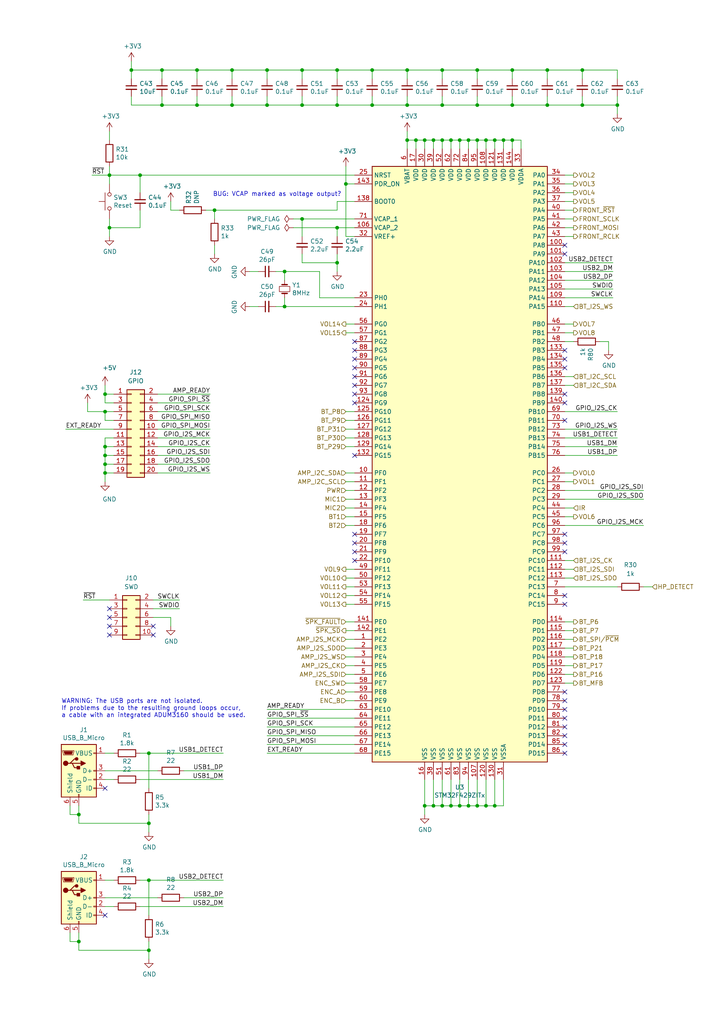
<source format=kicad_sch>
(kicad_sch (version 20210406) (generator eeschema)
  (paper "A4" portrait)
  (junction (at 22.86 236.22) (diameter 0.9144))
  (junction (at 22.86 273.05) (diameter 0.9144))
  (junction (at 30.48 114.3) (diameter 0.9144))
  (junction (at 30.48 119.38) (diameter 0.9144))
  (junction (at 30.48 129.54) (diameter 0.9144))
  (junction (at 30.48 132.08) (diameter 0.9144))
  (junction (at 30.48 134.62) (diameter 0.9144))
  (junction (at 30.48 137.16) (diameter 0.9144))
  (junction (at 31.75 50.8) (diameter 0.9144))
  (junction (at 31.75 66.04) (diameter 0.9144))
  (junction (at 38.1 20.32) (diameter 0.9144))
  (junction (at 40.64 50.8) (diameter 0.9144))
  (junction (at 43.18 218.44) (diameter 0.9144))
  (junction (at 43.18 238.76) (diameter 0.9144))
  (junction (at 43.18 255.27) (diameter 0.9144))
  (junction (at 43.18 275.59) (diameter 0.9144))
  (junction (at 46.99 20.32) (diameter 0.9144))
  (junction (at 46.99 30.48) (diameter 0.9144))
  (junction (at 57.15 20.32) (diameter 0.9144))
  (junction (at 57.15 30.48) (diameter 0.9144))
  (junction (at 62.23 60.96) (diameter 0.9144))
  (junction (at 67.31 20.32) (diameter 0.9144))
  (junction (at 67.31 30.48) (diameter 0.9144))
  (junction (at 77.47 20.32) (diameter 0.9144))
  (junction (at 77.47 30.48) (diameter 0.9144))
  (junction (at 82.55 78.74) (diameter 0.9144))
  (junction (at 82.55 88.9) (diameter 0.9144))
  (junction (at 87.63 20.32) (diameter 0.9144))
  (junction (at 87.63 30.48) (diameter 0.9144))
  (junction (at 87.63 63.5) (diameter 0.9144))
  (junction (at 97.79 20.32) (diameter 0.9144))
  (junction (at 97.79 30.48) (diameter 0.9144))
  (junction (at 97.79 66.04) (diameter 0.9144))
  (junction (at 97.79 76.2) (diameter 0.9144))
  (junction (at 100.33 53.34) (diameter 0.9144))
  (junction (at 107.95 20.32) (diameter 0.9144))
  (junction (at 107.95 30.48) (diameter 0.9144))
  (junction (at 118.11 20.32) (diameter 0.9144))
  (junction (at 118.11 30.48) (diameter 0.9144))
  (junction (at 118.11 40.64) (diameter 0.9144))
  (junction (at 120.65 40.64) (diameter 0.9144))
  (junction (at 123.19 40.64) (diameter 0.9144))
  (junction (at 123.19 233.68) (diameter 0.9144))
  (junction (at 125.73 40.64) (diameter 0.9144))
  (junction (at 125.73 233.68) (diameter 0.9144))
  (junction (at 128.27 20.32) (diameter 0.9144))
  (junction (at 128.27 30.48) (diameter 0.9144))
  (junction (at 128.27 40.64) (diameter 0.9144))
  (junction (at 128.27 233.68) (diameter 0.9144))
  (junction (at 130.81 40.64) (diameter 0.9144))
  (junction (at 130.81 233.68) (diameter 0.9144))
  (junction (at 133.35 40.64) (diameter 0.9144))
  (junction (at 133.35 233.68) (diameter 0.9144))
  (junction (at 135.89 40.64) (diameter 0.9144))
  (junction (at 135.89 233.68) (diameter 0.9144))
  (junction (at 138.43 20.32) (diameter 0.9144))
  (junction (at 138.43 30.48) (diameter 0.9144))
  (junction (at 138.43 40.64) (diameter 0.9144))
  (junction (at 138.43 233.68) (diameter 0.9144))
  (junction (at 140.97 40.64) (diameter 0.9144))
  (junction (at 140.97 233.68) (diameter 0.9144))
  (junction (at 143.51 40.64) (diameter 0.9144))
  (junction (at 143.51 233.68) (diameter 0.9144))
  (junction (at 146.05 40.64) (diameter 0.9144))
  (junction (at 148.59 20.32) (diameter 0.9144))
  (junction (at 148.59 30.48) (diameter 0.9144))
  (junction (at 148.59 40.64) (diameter 0.9144))
  (junction (at 158.75 20.32) (diameter 0.9144))
  (junction (at 158.75 30.48) (diameter 0.9144))
  (junction (at 168.91 20.32) (diameter 0.9144))
  (junction (at 168.91 30.48) (diameter 0.9144))
  (junction (at 179.07 30.48) (diameter 0.9144))
  (no_connect (at 30.48 228.6))
  (no_connect (at 30.48 265.43))
  (no_connect (at 31.75 176.53))
  (no_connect (at 31.75 179.07))
  (no_connect (at 31.75 181.61))
  (no_connect (at 31.75 184.15))
  (no_connect (at 44.45 181.61))
  (no_connect (at 44.45 184.15))
  (no_connect (at 102.87 99.06))
  (no_connect (at 102.87 101.6))
  (no_connect (at 102.87 104.14))
  (no_connect (at 102.87 106.68))
  (no_connect (at 102.87 109.22))
  (no_connect (at 102.87 111.76))
  (no_connect (at 102.87 114.3))
  (no_connect (at 102.87 116.84))
  (no_connect (at 102.87 132.08))
  (no_connect (at 102.87 154.94))
  (no_connect (at 102.87 157.48))
  (no_connect (at 102.87 160.02))
  (no_connect (at 102.87 162.56))
  (no_connect (at 163.83 71.12))
  (no_connect (at 163.83 73.66))
  (no_connect (at 163.83 101.6))
  (no_connect (at 163.83 104.14))
  (no_connect (at 163.83 106.68))
  (no_connect (at 163.83 114.3))
  (no_connect (at 163.83 116.84))
  (no_connect (at 163.83 121.92))
  (no_connect (at 163.83 154.94))
  (no_connect (at 163.83 157.48))
  (no_connect (at 163.83 160.02))
  (no_connect (at 163.83 172.72))
  (no_connect (at 163.83 175.26))
  (no_connect (at 163.83 200.66))
  (no_connect (at 163.83 203.2))
  (no_connect (at 163.83 205.74))
  (no_connect (at 163.83 208.28))
  (no_connect (at 163.83 210.82))
  (no_connect (at 163.83 213.36))
  (no_connect (at 163.83 215.9))
  (no_connect (at 163.83 218.44))
  (wire (pts (xy 19.05 124.46) (xy 33.02 124.46)))
  (wire (pts (xy 20.32 233.68) (xy 20.32 236.22)))
  (wire (pts (xy 20.32 270.51) (xy 20.32 273.05)))
  (wire (pts (xy 22.86 233.68) (xy 22.86 236.22)))
  (wire (pts (xy 22.86 236.22) (xy 20.32 236.22)))
  (wire (pts (xy 22.86 238.76) (xy 22.86 236.22)))
  (wire (pts (xy 22.86 238.76) (xy 43.18 238.76)))
  (wire (pts (xy 22.86 270.51) (xy 22.86 273.05)))
  (wire (pts (xy 22.86 273.05) (xy 20.32 273.05)))
  (wire (pts (xy 22.86 275.59) (xy 22.86 273.05)))
  (wire (pts (xy 22.86 275.59) (xy 43.18 275.59)))
  (wire (pts (xy 24.13 173.99) (xy 31.75 173.99)))
  (wire (pts (xy 25.4 116.84) (xy 25.4 119.38)))
  (wire (pts (xy 25.4 119.38) (xy 30.48 119.38)))
  (wire (pts (xy 26.67 50.8) (xy 31.75 50.8)))
  (wire (pts (xy 30.48 111.76) (xy 30.48 114.3)))
  (wire (pts (xy 30.48 114.3) (xy 33.02 114.3)))
  (wire (pts (xy 30.48 116.84) (xy 30.48 114.3)))
  (wire (pts (xy 30.48 119.38) (xy 30.48 121.92)))
  (wire (pts (xy 30.48 119.38) (xy 33.02 119.38)))
  (wire (pts (xy 30.48 127) (xy 33.02 127)))
  (wire (pts (xy 30.48 129.54) (xy 30.48 127)))
  (wire (pts (xy 30.48 129.54) (xy 33.02 129.54)))
  (wire (pts (xy 30.48 132.08) (xy 30.48 129.54)))
  (wire (pts (xy 30.48 132.08) (xy 33.02 132.08)))
  (wire (pts (xy 30.48 134.62) (xy 30.48 132.08)))
  (wire (pts (xy 30.48 134.62) (xy 33.02 134.62)))
  (wire (pts (xy 30.48 137.16) (xy 30.48 134.62)))
  (wire (pts (xy 30.48 137.16) (xy 33.02 137.16)))
  (wire (pts (xy 30.48 139.7) (xy 30.48 137.16)))
  (wire (pts (xy 30.48 226.06) (xy 33.02 226.06)))
  (wire (pts (xy 30.48 262.89) (xy 33.02 262.89)))
  (wire (pts (xy 31.75 38.1) (xy 31.75 40.64)))
  (wire (pts (xy 31.75 48.26) (xy 31.75 50.8)))
  (wire (pts (xy 31.75 50.8) (xy 31.75 53.34)))
  (wire (pts (xy 31.75 63.5) (xy 31.75 66.04)))
  (wire (pts (xy 31.75 66.04) (xy 40.64 66.04)))
  (wire (pts (xy 31.75 68.58) (xy 31.75 66.04)))
  (wire (pts (xy 33.02 116.84) (xy 30.48 116.84)))
  (wire (pts (xy 33.02 121.92) (xy 30.48 121.92)))
  (wire (pts (xy 33.02 218.44) (xy 30.48 218.44)))
  (wire (pts (xy 33.02 255.27) (xy 30.48 255.27)))
  (wire (pts (xy 38.1 20.32) (xy 38.1 17.78)))
  (wire (pts (xy 38.1 20.32) (xy 38.1 22.86)))
  (wire (pts (xy 38.1 30.48) (xy 38.1 27.94)))
  (wire (pts (xy 40.64 50.8) (xy 31.75 50.8)))
  (wire (pts (xy 40.64 50.8) (xy 102.87 50.8)))
  (wire (pts (xy 40.64 55.88) (xy 40.64 50.8)))
  (wire (pts (xy 40.64 66.04) (xy 40.64 60.96)))
  (wire (pts (xy 40.64 226.06) (xy 64.77 226.06)))
  (wire (pts (xy 40.64 262.89) (xy 64.77 262.89)))
  (wire (pts (xy 43.18 218.44) (xy 40.64 218.44)))
  (wire (pts (xy 43.18 228.6) (xy 43.18 218.44)))
  (wire (pts (xy 43.18 236.22) (xy 43.18 238.76)))
  (wire (pts (xy 43.18 238.76) (xy 43.18 241.3)))
  (wire (pts (xy 43.18 255.27) (xy 40.64 255.27)))
  (wire (pts (xy 43.18 265.43) (xy 43.18 255.27)))
  (wire (pts (xy 43.18 273.05) (xy 43.18 275.59)))
  (wire (pts (xy 43.18 275.59) (xy 43.18 278.13)))
  (wire (pts (xy 44.45 173.99) (xy 52.07 173.99)))
  (wire (pts (xy 44.45 176.53) (xy 52.07 176.53)))
  (wire (pts (xy 45.72 114.3) (xy 60.96 114.3)))
  (wire (pts (xy 45.72 116.84) (xy 60.96 116.84)))
  (wire (pts (xy 45.72 119.38) (xy 60.96 119.38)))
  (wire (pts (xy 45.72 121.92) (xy 60.96 121.92)))
  (wire (pts (xy 45.72 124.46) (xy 60.96 124.46)))
  (wire (pts (xy 45.72 127) (xy 60.96 127)))
  (wire (pts (xy 45.72 129.54) (xy 60.96 129.54)))
  (wire (pts (xy 45.72 132.08) (xy 60.96 132.08)))
  (wire (pts (xy 45.72 134.62) (xy 60.96 134.62)))
  (wire (pts (xy 45.72 137.16) (xy 60.96 137.16)))
  (wire (pts (xy 45.72 223.52) (xy 30.48 223.52)))
  (wire (pts (xy 45.72 260.35) (xy 30.48 260.35)))
  (wire (pts (xy 46.99 20.32) (xy 38.1 20.32)))
  (wire (pts (xy 46.99 20.32) (xy 46.99 22.86)))
  (wire (pts (xy 46.99 20.32) (xy 57.15 20.32)))
  (wire (pts (xy 46.99 30.48) (xy 38.1 30.48)))
  (wire (pts (xy 46.99 30.48) (xy 46.99 27.94)))
  (wire (pts (xy 49.53 60.96) (xy 49.53 58.42)))
  (wire (pts (xy 49.53 179.07) (xy 44.45 179.07)))
  (wire (pts (xy 49.53 181.61) (xy 49.53 179.07)))
  (wire (pts (xy 52.07 60.96) (xy 49.53 60.96)))
  (wire (pts (xy 53.34 223.52) (xy 64.77 223.52)))
  (wire (pts (xy 53.34 260.35) (xy 64.77 260.35)))
  (wire (pts (xy 57.15 20.32) (xy 57.15 22.86)))
  (wire (pts (xy 57.15 20.32) (xy 67.31 20.32)))
  (wire (pts (xy 57.15 27.94) (xy 57.15 30.48)))
  (wire (pts (xy 57.15 30.48) (xy 46.99 30.48)))
  (wire (pts (xy 62.23 60.96) (xy 59.69 60.96)))
  (wire (pts (xy 62.23 60.96) (xy 62.23 63.5)))
  (wire (pts (xy 62.23 71.12) (xy 62.23 73.66)))
  (wire (pts (xy 64.77 218.44) (xy 43.18 218.44)))
  (wire (pts (xy 64.77 255.27) (xy 43.18 255.27)))
  (wire (pts (xy 67.31 20.32) (xy 67.31 22.86)))
  (wire (pts (xy 67.31 20.32) (xy 77.47 20.32)))
  (wire (pts (xy 67.31 27.94) (xy 67.31 30.48)))
  (wire (pts (xy 67.31 30.48) (xy 57.15 30.48)))
  (wire (pts (xy 72.39 78.74) (xy 74.93 78.74)))
  (wire (pts (xy 72.39 88.9) (xy 74.93 88.9)))
  (wire (pts (xy 77.47 20.32) (xy 77.47 22.86)))
  (wire (pts (xy 77.47 20.32) (xy 87.63 20.32)))
  (wire (pts (xy 77.47 27.94) (xy 77.47 30.48)))
  (wire (pts (xy 77.47 30.48) (xy 67.31 30.48)))
  (wire (pts (xy 77.47 218.44) (xy 102.87 218.44)))
  (wire (pts (xy 80.01 78.74) (xy 82.55 78.74)))
  (wire (pts (xy 80.01 88.9) (xy 82.55 88.9)))
  (wire (pts (xy 82.55 78.74) (xy 82.55 81.28)))
  (wire (pts (xy 82.55 86.36) (xy 82.55 88.9)))
  (wire (pts (xy 82.55 88.9) (xy 102.87 88.9)))
  (wire (pts (xy 85.09 63.5) (xy 87.63 63.5)))
  (wire (pts (xy 85.09 66.04) (xy 97.79 66.04)))
  (wire (pts (xy 87.63 20.32) (xy 87.63 22.86)))
  (wire (pts (xy 87.63 20.32) (xy 97.79 20.32)))
  (wire (pts (xy 87.63 27.94) (xy 87.63 30.48)))
  (wire (pts (xy 87.63 30.48) (xy 77.47 30.48)))
  (wire (pts (xy 87.63 63.5) (xy 87.63 68.58)))
  (wire (pts (xy 87.63 76.2) (xy 87.63 73.66)))
  (wire (pts (xy 92.71 78.74) (xy 82.55 78.74)))
  (wire (pts (xy 92.71 86.36) (xy 92.71 78.74)))
  (wire (pts (xy 97.79 20.32) (xy 97.79 22.86)))
  (wire (pts (xy 97.79 20.32) (xy 107.95 20.32)))
  (wire (pts (xy 97.79 27.94) (xy 97.79 30.48)))
  (wire (pts (xy 97.79 30.48) (xy 87.63 30.48)))
  (wire (pts (xy 97.79 58.42) (xy 97.79 60.96)))
  (wire (pts (xy 97.79 60.96) (xy 62.23 60.96)))
  (wire (pts (xy 97.79 66.04) (xy 97.79 68.58)))
  (wire (pts (xy 97.79 73.66) (xy 97.79 76.2)))
  (wire (pts (xy 97.79 76.2) (xy 87.63 76.2)))
  (wire (pts (xy 97.79 76.2) (xy 97.79 78.74)))
  (wire (pts (xy 100.33 48.26) (xy 100.33 53.34)))
  (wire (pts (xy 100.33 53.34) (xy 100.33 68.58)))
  (wire (pts (xy 100.33 53.34) (xy 102.87 53.34)))
  (wire (pts (xy 100.33 68.58) (xy 102.87 68.58)))
  (wire (pts (xy 100.33 93.98) (xy 102.87 93.98)))
  (wire (pts (xy 100.33 96.52) (xy 102.87 96.52)))
  (wire (pts (xy 100.33 119.38) (xy 102.87 119.38)))
  (wire (pts (xy 100.33 121.92) (xy 102.87 121.92)))
  (wire (pts (xy 100.33 139.7) (xy 102.87 139.7)))
  (wire (pts (xy 100.33 165.1) (xy 102.87 165.1)))
  (wire (pts (xy 100.33 167.64) (xy 102.87 167.64)))
  (wire (pts (xy 100.33 170.18) (xy 102.87 170.18)))
  (wire (pts (xy 100.33 172.72) (xy 102.87 172.72)))
  (wire (pts (xy 100.33 175.26) (xy 102.87 175.26)))
  (wire (pts (xy 100.33 180.34) (xy 102.87 180.34)))
  (wire (pts (xy 100.33 182.88) (xy 102.87 182.88)))
  (wire (pts (xy 100.33 185.42) (xy 102.87 185.42)))
  (wire (pts (xy 100.33 190.5) (xy 102.87 190.5)))
  (wire (pts (xy 100.33 195.58) (xy 102.87 195.58)))
  (wire (pts (xy 102.87 58.42) (xy 97.79 58.42)))
  (wire (pts (xy 102.87 63.5) (xy 87.63 63.5)))
  (wire (pts (xy 102.87 66.04) (xy 97.79 66.04)))
  (wire (pts (xy 102.87 86.36) (xy 92.71 86.36)))
  (wire (pts (xy 102.87 124.46) (xy 100.33 124.46)))
  (wire (pts (xy 102.87 127) (xy 100.33 127)))
  (wire (pts (xy 102.87 129.54) (xy 100.33 129.54)))
  (wire (pts (xy 102.87 137.16) (xy 100.33 137.16)))
  (wire (pts (xy 102.87 142.24) (xy 100.33 142.24)))
  (wire (pts (xy 102.87 144.78) (xy 100.33 144.78)))
  (wire (pts (xy 102.87 147.32) (xy 100.33 147.32)))
  (wire (pts (xy 102.87 149.86) (xy 100.33 149.86)))
  (wire (pts (xy 102.87 152.4) (xy 100.33 152.4)))
  (wire (pts (xy 102.87 187.96) (xy 100.33 187.96)))
  (wire (pts (xy 102.87 193.04) (xy 100.33 193.04)))
  (wire (pts (xy 102.87 198.12) (xy 100.33 198.12)))
  (wire (pts (xy 102.87 200.66) (xy 100.33 200.66)))
  (wire (pts (xy 102.87 203.2) (xy 100.33 203.2)))
  (wire (pts (xy 102.87 205.74) (xy 77.47 205.74)))
  (wire (pts (xy 102.87 208.28) (xy 77.47 208.28)))
  (wire (pts (xy 102.87 210.82) (xy 77.47 210.82)))
  (wire (pts (xy 102.87 213.36) (xy 77.47 213.36)))
  (wire (pts (xy 102.87 215.9) (xy 77.47 215.9)))
  (wire (pts (xy 107.95 20.32) (xy 107.95 22.86)))
  (wire (pts (xy 107.95 20.32) (xy 118.11 20.32)))
  (wire (pts (xy 107.95 27.94) (xy 107.95 30.48)))
  (wire (pts (xy 107.95 30.48) (xy 97.79 30.48)))
  (wire (pts (xy 118.11 20.32) (xy 118.11 22.86)))
  (wire (pts (xy 118.11 20.32) (xy 128.27 20.32)))
  (wire (pts (xy 118.11 27.94) (xy 118.11 30.48)))
  (wire (pts (xy 118.11 30.48) (xy 107.95 30.48)))
  (wire (pts (xy 118.11 38.1) (xy 118.11 40.64)))
  (wire (pts (xy 118.11 40.64) (xy 118.11 43.18)))
  (wire (pts (xy 120.65 40.64) (xy 118.11 40.64)))
  (wire (pts (xy 120.65 43.18) (xy 120.65 40.64)))
  (wire (pts (xy 123.19 40.64) (xy 120.65 40.64)))
  (wire (pts (xy 123.19 43.18) (xy 123.19 40.64)))
  (wire (pts (xy 123.19 226.06) (xy 123.19 233.68)))
  (wire (pts (xy 123.19 233.68) (xy 123.19 236.22)))
  (wire (pts (xy 123.19 233.68) (xy 125.73 233.68)))
  (wire (pts (xy 125.73 40.64) (xy 123.19 40.64)))
  (wire (pts (xy 125.73 43.18) (xy 125.73 40.64)))
  (wire (pts (xy 125.73 226.06) (xy 125.73 233.68)))
  (wire (pts (xy 125.73 233.68) (xy 128.27 233.68)))
  (wire (pts (xy 128.27 20.32) (xy 128.27 22.86)))
  (wire (pts (xy 128.27 20.32) (xy 138.43 20.32)))
  (wire (pts (xy 128.27 27.94) (xy 128.27 30.48)))
  (wire (pts (xy 128.27 30.48) (xy 118.11 30.48)))
  (wire (pts (xy 128.27 40.64) (xy 125.73 40.64)))
  (wire (pts (xy 128.27 43.18) (xy 128.27 40.64)))
  (wire (pts (xy 128.27 226.06) (xy 128.27 233.68)))
  (wire (pts (xy 128.27 233.68) (xy 130.81 233.68)))
  (wire (pts (xy 130.81 40.64) (xy 128.27 40.64)))
  (wire (pts (xy 130.81 43.18) (xy 130.81 40.64)))
  (wire (pts (xy 130.81 226.06) (xy 130.81 233.68)))
  (wire (pts (xy 130.81 233.68) (xy 133.35 233.68)))
  (wire (pts (xy 133.35 40.64) (xy 130.81 40.64)))
  (wire (pts (xy 133.35 43.18) (xy 133.35 40.64)))
  (wire (pts (xy 133.35 226.06) (xy 133.35 233.68)))
  (wire (pts (xy 133.35 233.68) (xy 135.89 233.68)))
  (wire (pts (xy 135.89 40.64) (xy 133.35 40.64)))
  (wire (pts (xy 135.89 43.18) (xy 135.89 40.64)))
  (wire (pts (xy 135.89 226.06) (xy 135.89 233.68)))
  (wire (pts (xy 135.89 233.68) (xy 138.43 233.68)))
  (wire (pts (xy 138.43 20.32) (xy 138.43 22.86)))
  (wire (pts (xy 138.43 20.32) (xy 148.59 20.32)))
  (wire (pts (xy 138.43 27.94) (xy 138.43 30.48)))
  (wire (pts (xy 138.43 30.48) (xy 128.27 30.48)))
  (wire (pts (xy 138.43 40.64) (xy 135.89 40.64)))
  (wire (pts (xy 138.43 43.18) (xy 138.43 40.64)))
  (wire (pts (xy 138.43 226.06) (xy 138.43 233.68)))
  (wire (pts (xy 138.43 233.68) (xy 140.97 233.68)))
  (wire (pts (xy 140.97 40.64) (xy 138.43 40.64)))
  (wire (pts (xy 140.97 43.18) (xy 140.97 40.64)))
  (wire (pts (xy 140.97 233.68) (xy 140.97 226.06)))
  (wire (pts (xy 140.97 233.68) (xy 143.51 233.68)))
  (wire (pts (xy 143.51 40.64) (xy 140.97 40.64)))
  (wire (pts (xy 143.51 43.18) (xy 143.51 40.64)))
  (wire (pts (xy 143.51 226.06) (xy 143.51 233.68)))
  (wire (pts (xy 143.51 233.68) (xy 146.05 233.68)))
  (wire (pts (xy 146.05 40.64) (xy 143.51 40.64)))
  (wire (pts (xy 146.05 43.18) (xy 146.05 40.64)))
  (wire (pts (xy 146.05 233.68) (xy 146.05 226.06)))
  (wire (pts (xy 148.59 20.32) (xy 148.59 22.86)))
  (wire (pts (xy 148.59 20.32) (xy 158.75 20.32)))
  (wire (pts (xy 148.59 27.94) (xy 148.59 30.48)))
  (wire (pts (xy 148.59 30.48) (xy 138.43 30.48)))
  (wire (pts (xy 148.59 40.64) (xy 146.05 40.64)))
  (wire (pts (xy 148.59 43.18) (xy 148.59 40.64)))
  (wire (pts (xy 151.13 40.64) (xy 148.59 40.64)))
  (wire (pts (xy 151.13 43.18) (xy 151.13 40.64)))
  (wire (pts (xy 158.75 20.32) (xy 158.75 22.86)))
  (wire (pts (xy 158.75 20.32) (xy 168.91 20.32)))
  (wire (pts (xy 158.75 27.94) (xy 158.75 30.48)))
  (wire (pts (xy 158.75 30.48) (xy 148.59 30.48)))
  (wire (pts (xy 163.83 58.42) (xy 166.37 58.42)))
  (wire (pts (xy 163.83 83.82) (xy 177.8 83.82)))
  (wire (pts (xy 163.83 86.36) (xy 177.8 86.36)))
  (wire (pts (xy 163.83 93.98) (xy 166.37 93.98)))
  (wire (pts (xy 163.83 99.06) (xy 166.37 99.06)))
  (wire (pts (xy 163.83 111.76) (xy 166.37 111.76)))
  (wire (pts (xy 163.83 119.38) (xy 179.07 119.38)))
  (wire (pts (xy 163.83 124.46) (xy 179.07 124.46)))
  (wire (pts (xy 163.83 142.24) (xy 186.69 142.24)))
  (wire (pts (xy 163.83 144.78) (xy 186.69 144.78)))
  (wire (pts (xy 163.83 149.86) (xy 166.37 149.86)))
  (wire (pts (xy 163.83 152.4) (xy 186.69 152.4)))
  (wire (pts (xy 163.83 165.1) (xy 166.37 165.1)))
  (wire (pts (xy 163.83 187.96) (xy 166.37 187.96)))
  (wire (pts (xy 163.83 190.5) (xy 166.37 190.5)))
  (wire (pts (xy 163.83 193.04) (xy 166.37 193.04)))
  (wire (pts (xy 163.83 195.58) (xy 166.37 195.58)))
  (wire (pts (xy 163.83 198.12) (xy 166.37 198.12)))
  (wire (pts (xy 166.37 50.8) (xy 163.83 50.8)))
  (wire (pts (xy 166.37 53.34) (xy 163.83 53.34)))
  (wire (pts (xy 166.37 55.88) (xy 163.83 55.88)))
  (wire (pts (xy 166.37 60.96) (xy 163.83 60.96)))
  (wire (pts (xy 166.37 63.5) (xy 163.83 63.5)))
  (wire (pts (xy 166.37 66.04) (xy 163.83 66.04)))
  (wire (pts (xy 166.37 68.58) (xy 163.83 68.58)))
  (wire (pts (xy 166.37 88.9) (xy 163.83 88.9)))
  (wire (pts (xy 166.37 96.52) (xy 163.83 96.52)))
  (wire (pts (xy 166.37 109.22) (xy 163.83 109.22)))
  (wire (pts (xy 166.37 137.16) (xy 163.83 137.16)))
  (wire (pts (xy 166.37 139.7) (xy 163.83 139.7)))
  (wire (pts (xy 166.37 147.32) (xy 163.83 147.32)))
  (wire (pts (xy 166.37 162.56) (xy 163.83 162.56)))
  (wire (pts (xy 166.37 167.64) (xy 163.83 167.64)))
  (wire (pts (xy 166.37 180.34) (xy 163.83 180.34)))
  (wire (pts (xy 166.37 182.88) (xy 163.83 182.88)))
  (wire (pts (xy 166.37 185.42) (xy 163.83 185.42)))
  (wire (pts (xy 168.91 20.32) (xy 168.91 22.86)))
  (wire (pts (xy 168.91 20.32) (xy 179.07 20.32)))
  (wire (pts (xy 168.91 27.94) (xy 168.91 30.48)))
  (wire (pts (xy 168.91 30.48) (xy 158.75 30.48)))
  (wire (pts (xy 176.53 99.06) (xy 173.99 99.06)))
  (wire (pts (xy 176.53 101.6) (xy 176.53 99.06)))
  (wire (pts (xy 177.8 76.2) (xy 163.83 76.2)))
  (wire (pts (xy 177.8 78.74) (xy 163.83 78.74)))
  (wire (pts (xy 177.8 81.28) (xy 163.83 81.28)))
  (wire (pts (xy 179.07 20.32) (xy 179.07 22.86)))
  (wire (pts (xy 179.07 27.94) (xy 179.07 30.48)))
  (wire (pts (xy 179.07 30.48) (xy 168.91 30.48)))
  (wire (pts (xy 179.07 30.48) (xy 179.07 33.02)))
  (wire (pts (xy 179.07 127) (xy 163.83 127)))
  (wire (pts (xy 179.07 129.54) (xy 163.83 129.54)))
  (wire (pts (xy 179.07 132.08) (xy 163.83 132.08)))
  (wire (pts (xy 179.07 170.18) (xy 163.83 170.18)))
  (wire (pts (xy 189.23 170.18) (xy 186.69 170.18)))
  (text "WARNING: The USB ports are not isolated.\nIf problems due to the resulting ground loops occur,\na cable with an integrated ADUM3160 should be used." (at 17.78 208.28 0) (effects (font (size 1.27 1.27)) (justify left bottom)))
  (text "BUG: VCAP marked as voltage output?" (at 99.06 57.15 180) (effects (font (size 1.27 1.27)) (justify right bottom)))
  (label "EXT_READY" (at 19.05 124.46 0))
  (label "~RST" (at 24.13 173.99 0))
  (label "~RST" (at 26.67 50.8 0))
  (label "SWCLK" (at 52.07 173.99 180))
  (label "SWDIO" (at 52.07 176.53 180))
  (label "AMP_READY" (at 60.96 114.3 180))
  (label "GPIO_SPI_~SS" (at 60.96 116.84 180))
  (label "GPIO_SPI_SCK" (at 60.96 119.38 180))
  (label "GPIO_SPI_MISO" (at 60.96 121.92 180))
  (label "GPIO_SPI_MOSI" (at 60.96 124.46 180))
  (label "GPIO_I2S_MCK" (at 60.96 127 180))
  (label "GPIO_I2S_CK" (at 60.96 129.54 180))
  (label "GPIO_I2S_SDI" (at 60.96 132.08 180))
  (label "GPIO_I2S_SDO" (at 60.96 134.62 180))
  (label "GPIO_I2S_WS" (at 60.96 137.16 180))
  (label "USB1_DETECT" (at 64.77 218.44 180))
  (label "USB1_DP" (at 64.77 223.52 180))
  (label "USB1_DM" (at 64.77 226.06 180))
  (label "USB2_DETECT" (at 64.77 255.27 180))
  (label "USB2_DP" (at 64.77 260.35 180))
  (label "USB2_DM" (at 64.77 262.89 180))
  (label "AMP_READY" (at 77.47 205.74 0))
  (label "GPIO_SPI_~SS" (at 77.47 208.28 0))
  (label "GPIO_SPI_SCK" (at 77.47 210.82 0))
  (label "GPIO_SPI_MISO" (at 77.47 213.36 0))
  (label "GPIO_SPI_MOSI" (at 77.47 215.9 0))
  (label "EXT_READY" (at 77.47 218.44 0))
  (label "USB2_DETECT" (at 177.8 76.2 180))
  (label "USB2_DM" (at 177.8 78.74 180))
  (label "USB2_DP" (at 177.8 81.28 180))
  (label "SWDIO" (at 177.8 83.82 180))
  (label "SWCLK" (at 177.8 86.36 180))
  (label "GPIO_I2S_CK" (at 179.07 119.38 180))
  (label "GPIO_I2S_WS" (at 179.07 124.46 180))
  (label "USB1_DETECT" (at 179.07 127 180))
  (label "USB1_DM" (at 179.07 129.54 180))
  (label "USB1_DP" (at 179.07 132.08 180))
  (label "GPIO_I2S_SDI" (at 186.69 142.24 180))
  (label "GPIO_I2S_SDO" (at 186.69 144.78 180))
  (label "GPIO_I2S_MCK" (at 186.69 152.4 180))
  (hierarchical_label "VOL14" (shape output) (at 100.33 93.98 180))
  (hierarchical_label "VOL15" (shape output) (at 100.33 96.52 180))
  (hierarchical_label "BT_P8" (shape input) (at 100.33 119.38 180))
  (hierarchical_label "BT_P9" (shape input) (at 100.33 121.92 180))
  (hierarchical_label "BT_P31" (shape input) (at 100.33 124.46 180))
  (hierarchical_label "BT_P30" (shape input) (at 100.33 127 180))
  (hierarchical_label "BT_P29" (shape input) (at 100.33 129.54 180))
  (hierarchical_label "AMP_I2C_SDA" (shape input) (at 100.33 137.16 180))
  (hierarchical_label "AMP_I2C_SCL" (shape input) (at 100.33 139.7 180))
  (hierarchical_label "PWR" (shape input) (at 100.33 142.24 180))
  (hierarchical_label "MIC1" (shape input) (at 100.33 144.78 180))
  (hierarchical_label "MIC2" (shape input) (at 100.33 147.32 180))
  (hierarchical_label "BT1" (shape input) (at 100.33 149.86 180))
  (hierarchical_label "BT2" (shape input) (at 100.33 152.4 180))
  (hierarchical_label "VOL9" (shape output) (at 100.33 165.1 180))
  (hierarchical_label "VOL10" (shape output) (at 100.33 167.64 180))
  (hierarchical_label "VOL11" (shape output) (at 100.33 170.18 180))
  (hierarchical_label "VOL12" (shape output) (at 100.33 172.72 180))
  (hierarchical_label "VOL13" (shape output) (at 100.33 175.26 180))
  (hierarchical_label "~SPK_FAULT" (shape input) (at 100.33 180.34 180))
  (hierarchical_label "~SPK_SD" (shape output) (at 100.33 182.88 180))
  (hierarchical_label "AMP_I2S_MCK" (shape input) (at 100.33 185.42 180))
  (hierarchical_label "AMP_I2S_SDO" (shape input) (at 100.33 187.96 180))
  (hierarchical_label "AMP_I2S_WS" (shape input) (at 100.33 190.5 180))
  (hierarchical_label "AMP_I2S_CK" (shape input) (at 100.33 193.04 180))
  (hierarchical_label "AMP_I2S_SDI" (shape input) (at 100.33 195.58 180))
  (hierarchical_label "ENC_SW" (shape input) (at 100.33 198.12 180))
  (hierarchical_label "ENC_A" (shape input) (at 100.33 200.66 180))
  (hierarchical_label "ENC_B" (shape input) (at 100.33 203.2 180))
  (hierarchical_label "VOL2" (shape output) (at 166.37 50.8 0))
  (hierarchical_label "VOL3" (shape output) (at 166.37 53.34 0))
  (hierarchical_label "VOL4" (shape output) (at 166.37 55.88 0))
  (hierarchical_label "VOL5" (shape output) (at 166.37 58.42 0))
  (hierarchical_label "FRONT_~RST" (shape output) (at 166.37 60.96 0))
  (hierarchical_label "FRONT_SCLK" (shape output) (at 166.37 63.5 0))
  (hierarchical_label "FRONT_MOSI" (shape output) (at 166.37 66.04 0))
  (hierarchical_label "FRONT_RCLK" (shape output) (at 166.37 68.58 0))
  (hierarchical_label "BT_I2S_WS" (shape input) (at 166.37 88.9 0))
  (hierarchical_label "VOL7" (shape output) (at 166.37 93.98 0))
  (hierarchical_label "VOL8" (shape output) (at 166.37 96.52 0))
  (hierarchical_label "BT_I2C_SCL" (shape input) (at 166.37 109.22 0))
  (hierarchical_label "BT_I2C_SDA" (shape input) (at 166.37 111.76 0))
  (hierarchical_label "VOL0" (shape output) (at 166.37 137.16 0))
  (hierarchical_label "VOL1" (shape output) (at 166.37 139.7 0))
  (hierarchical_label "IR" (shape input) (at 166.37 147.32 0))
  (hierarchical_label "VOL6" (shape output) (at 166.37 149.86 0))
  (hierarchical_label "BT_I2S_CK" (shape input) (at 166.37 162.56 0))
  (hierarchical_label "BT_I2S_SDI" (shape input) (at 166.37 165.1 0))
  (hierarchical_label "BT_I2S_SDO" (shape input) (at 166.37 167.64 0))
  (hierarchical_label "BT_P6" (shape output) (at 166.37 180.34 0))
  (hierarchical_label "BT_P7" (shape output) (at 166.37 182.88 0))
  (hierarchical_label "BT_SPI{slash}~PCM" (shape output) (at 166.37 185.42 0))
  (hierarchical_label "BT_P21" (shape output) (at 166.37 187.96 0))
  (hierarchical_label "BT_P18" (shape output) (at 166.37 190.5 0))
  (hierarchical_label "BT_P17" (shape output) (at 166.37 193.04 0))
  (hierarchical_label "BT_P16" (shape output) (at 166.37 195.58 0))
  (hierarchical_label "BT_MFB" (shape output) (at 166.37 198.12 0))
  (hierarchical_label "HP_DETECT" (shape input) (at 189.23 170.18 0))
  (symbol (lib_id "power:+3.3V") (at 25.4 116.84 0) (unit 1)
    (property "Reference" "#PWR0232" (effects hide))
    (property "Value" "+3.3V" (at 25.781 112.4458 0))
  )
  (symbol (lib_id "power:+5V") (at 30.48 111.76 0) (unit 1)
    (property "Reference" "#PWR0231" (effects hide))
    (property "Value" "+5V" (at 31.75 106.68 0))
  )
  (symbol (lib_id "power:+3.3V") (at 31.75 38.1 0) (unit 1)
    (property "Reference" "#PWR0170" (effects hide))
    (property "Value" "+3.3V" (at 32.131 33.7058 0))
  )
  (symbol (lib_id "power:+3.3V") (at 38.1 17.78 0) (unit 1)
    (property "Reference" "#PWR0169" (effects hide))
    (property "Value" "+3.3V" (at 38.481 13.3858 0))
  )
  (symbol (lib_id "power:+3.3V") (at 49.53 58.42 0) (unit 1)
    (property "Reference" "#PWR0171" (effects hide))
    (property "Value" "+3.3V" (at 49.911 54.0258 0))
  )
  (symbol (lib_id "power:+3.3V") (at 100.33 48.26 0) (unit 1)
    (property "Reference" "#PWR0166" (effects hide))
    (property "Value" "+3.3V" (at 100.711 43.8658 0))
  )
  (symbol (lib_id "power:+3.3V") (at 118.11 38.1 0) (unit 1)
    (property "Reference" "#PWR0102" (effects hide))
    (property "Value" "+3.3V" (at 118.491 33.7058 0))
  )
  (symbol (lib_id "power:PWR_FLAG") (at 85.09 63.5 90) (unit 1)
    (property "Reference" "#FLG0102" (effects hide))
    (property "Value" "PWR_FLAG" (at 81.28 63.5 90) (effects (justify left)))
  )
  (symbol (lib_id "power:PWR_FLAG") (at 85.09 66.04 90) (unit 1)
    (property "Reference" "#FLG0105" (effects hide))
    (property "Value" "PWR_FLAG" (at 81.28 66.04 90) (effects (justify left)))
  )
  (symbol (lib_id "power:GND") (at 30.48 139.7 0) (unit 1)
    (property "Reference" "#PWR0230" (effects hide))
    (property "Value" "GND" (at 31.75 144.78 0))
  )
  (symbol (lib_id "power:GND") (at 31.75 68.58 0) (unit 1)
    (property "Reference" "#PWR0172" (effects hide))
    (property "Value" "GND" (at 31.877 72.9742 0))
  )
  (symbol (lib_id "power:GND") (at 43.18 241.3 0) (unit 1)
    (property "Reference" "#PWR0104" (effects hide))
    (property "Value" "GND" (at 43.307 245.6942 0))
  )
  (symbol (lib_id "power:GND") (at 43.18 278.13 0) (unit 1)
    (property "Reference" "#PWR0106" (effects hide))
    (property "Value" "GND" (at 43.307 282.5242 0))
  )
  (symbol (lib_id "power:GND") (at 49.53 181.61 0) (unit 1)
    (property "Reference" "#PWR0173" (effects hide))
    (property "Value" "GND" (at 49.657 186.0042 0))
  )
  (symbol (lib_id "power:GND") (at 62.23 73.66 0) (unit 1)
    (property "Reference" "#PWR0167" (effects hide))
    (property "Value" "GND" (at 62.357 78.0542 0))
  )
  (symbol (lib_id "power:GND") (at 72.39 78.74 270) (unit 1)
    (property "Reference" "#PWR0164" (effects hide))
    (property "Value" "GND" (at 67.9958 78.867 0))
  )
  (symbol (lib_id "power:GND") (at 72.39 88.9 270) (unit 1)
    (property "Reference" "#PWR0165" (effects hide))
    (property "Value" "GND" (at 67.9958 89.027 0))
  )
  (symbol (lib_id "power:GND") (at 97.79 78.74 0) (unit 1)
    (property "Reference" "#PWR0163" (effects hide))
    (property "Value" "GND" (at 97.917 83.1342 0))
  )
  (symbol (lib_id "power:GND") (at 123.19 236.22 0) (unit 1)
    (property "Reference" "#PWR0101" (effects hide))
    (property "Value" "GND" (at 123.317 240.6142 0))
  )
  (symbol (lib_id "power:GND") (at 176.53 101.6 0) (unit 1)
    (property "Reference" "#PWR0233" (effects hide))
    (property "Value" "GND" (at 176.657 105.9942 0))
  )
  (symbol (lib_id "power:GND") (at 179.07 33.02 0) (unit 1)
    (property "Reference" "#PWR0168" (effects hide))
    (property "Value" "GND" (at 179.197 37.4142 0))
  )
  (symbol (lib_id "Device:Crystal_Small") (at 82.55 83.82 90) (unit 1)
    (property "Reference" "Y1" (at 84.7091 82.6706 90) (effects (justify right)))
    (property "Value" "8MHz" (at 84.709 84.969 90) (effects (justify right)))
    (property "Footprint" "Crystal:Crystal_SMD_HC49-SD" (effects hide))
    (property "Mouser" "774-ATS080BSM-1" (effects hide))
    (property "Part Name" "CTS ATS080BSM-1" (effects hide))
  )
  (symbol (lib_id "Device:R") (at 31.75 44.45 0) (unit 1)
    (property "Reference" "R31" (at 33.5281 43.3006 0) (effects (justify left)))
    (property "Value" "10k" (at 33.528 45.599 0) (effects (justify left)))
    (property "Footprint" "Resistor_SMD:R_0603_1608Metric" (effects hide))
    (property "Mouser" "652-CR0603FX-1002ELF" (effects hide))
    (property "Part Name" "Bourns CR0603-FX-1002ELF" (effects hide))
  )
  (symbol (lib_id "Device:R") (at 36.83 218.44 270) (unit 1)
    (property "Reference" "R1" (at 36.83 213.1822 90))
    (property "Value" "1.8k" (at 36.83 215.4936 90))
    (property "Footprint" "Resistor_SMD:R_0603_1608Metric" (effects hide))
  )
  (symbol (lib_id "Device:R") (at 36.83 226.06 270) (unit 1)
    (property "Reference" "R2" (at 36.83 220.8022 90))
    (property "Value" "22" (at 36.83 223.1136 90))
    (property "Footprint" "Resistor_SMD:R_0603_1608Metric" (effects hide))
  )
  (symbol (lib_id "Device:R") (at 36.83 255.27 270) (unit 1)
    (property "Reference" "R3" (at 36.83 250.0122 90))
    (property "Value" "1.8k" (at 36.83 252.3236 90))
    (property "Footprint" "Resistor_SMD:R_0603_1608Metric" (effects hide))
  )
  (symbol (lib_id "Device:R") (at 36.83 262.89 270) (unit 1)
    (property "Reference" "R4" (at 36.83 257.6322 90))
    (property "Value" "22" (at 36.83 259.9436 90))
    (property "Footprint" "Resistor_SMD:R_0603_1608Metric" (effects hide))
  )
  (symbol (lib_id "Device:R") (at 43.18 232.41 0) (unit 1)
    (property "Reference" "R5" (at 44.958 231.2416 0) (effects (justify left)))
    (property "Value" "3.3k" (at 44.958 233.553 0) (effects (justify left)))
    (property "Footprint" "Resistor_SMD:R_0603_1608Metric" (effects hide))
  )
  (symbol (lib_id "Device:R") (at 43.18 269.24 0) (unit 1)
    (property "Reference" "R6" (at 44.958 268.0716 0) (effects (justify left)))
    (property "Value" "3.3k" (at 44.958 270.383 0) (effects (justify left)))
    (property "Footprint" "Resistor_SMD:R_0603_1608Metric" (effects hide))
  )
  (symbol (lib_id "Device:R") (at 49.53 223.52 270) (unit 1)
    (property "Reference" "R7" (at 49.53 218.2622 90))
    (property "Value" "22" (at 49.53 220.5736 90))
    (property "Footprint" "Resistor_SMD:R_0603_1608Metric" (effects hide))
  )
  (symbol (lib_id "Device:R") (at 49.53 260.35 270) (unit 1)
    (property "Reference" "R8" (at 49.53 255.0922 90))
    (property "Value" "22" (at 49.53 257.4036 90))
    (property "Footprint" "Resistor_SMD:R_0603_1608Metric" (effects hide))
  )
  (symbol (lib_id "Device:R") (at 55.88 60.96 90) (unit 1)
    (property "Reference" "R32" (at 54.7306 59.1819 0) (effects (justify left)))
    (property "Value" "DNP" (at 57.029 59.182 0) (effects (justify left)))
    (property "Footprint" "Resistor_SMD:R_0603_1608Metric" (effects hide))
  )
  (symbol (lib_id "Device:R") (at 62.23 67.31 0) (unit 1)
    (property "Reference" "R33" (at 64.0081 66.1606 0) (effects (justify left)))
    (property "Value" "1k" (at 64.008 68.459 0) (effects (justify left)))
    (property "Footprint" "Resistor_SMD:R_0603_1608Metric" (effects hide))
    (property "Mouser" "652-CR0603FX-1001ELF" (effects hide))
    (property "Part Name" "Bourns CR0603-FX-1001ELF" (effects hide))
  )
  (symbol (lib_id "Device:R") (at 170.18 99.06 270) (unit 1)
    (property "Reference" "R80" (at 171.3294 100.8381 0) (effects (justify left)))
    (property "Value" "1k" (at 169.031 100.838 0) (effects (justify left)))
    (property "Footprint" "Resistor_SMD:R_0603_1608Metric" (effects hide))
    (property "Mouser" "652-CR0603FX-1001ELF" (effects hide))
    (property "Part Name" "Bourns CR0603-FX-1001ELF" (effects hide))
  )
  (symbol (lib_id "Device:R") (at 182.88 170.18 270) (mirror x) (unit 1)
    (property "Reference" "R30" (at 182.88 163.83 90))
    (property "Value" "1k" (at 182.88 166.37 90))
    (property "Footprint" "Resistor_SMD:R_0603_1608Metric" (effects hide))
    (property "Mouser" "652-CR0603FX-1001ELF" (effects hide))
    (property "Part Name" "Bourns CR0603-FX-1001ELF" (effects hide))
  )
  (symbol (lib_id "Device:C_Small") (at 38.1 25.4 0) (unit 1)
    (property "Reference" "C43" (at 40.4242 24.2506 0) (effects (justify left)))
    (property "Value" "10uF" (at 40.424 26.549 0) (effects (justify left)))
    (property "Footprint" "Capacitor_SMD:C_0805_2012Metric" (effects hide))
    (property "Mouser" "963-LMK212F106ZG-T" (effects hide))
    (property "Part Name" "Taiyo Yuden LMK212F106ZG-T" (effects hide))
  )
  (symbol (lib_id "Device:C_Small") (at 40.64 58.42 0) (unit 1)
    (property "Reference" "C44" (at 42.9642 57.2706 0) (effects (justify left)))
    (property "Value" "0.1uF" (at 42.964 59.5696 0) (effects (justify left)))
    (property "Footprint" "Capacitor_SMD:C_0603_1608Metric" (effects hide))
    (property "Mouser" "581-06033C104KAT4A" (effects hide))
    (property "Part Name" "AVX 06033C104KAT4A" (effects hide))
  )
  (symbol (lib_id "Device:C_Small") (at 46.99 25.4 0) (unit 1)
    (property "Reference" "C45" (at 49.3142 24.2506 0) (effects (justify left)))
    (property "Value" "0.1uF" (at 49.314 26.5496 0) (effects (justify left)))
    (property "Footprint" "Capacitor_SMD:C_0603_1608Metric" (effects hide))
    (property "Mouser" "581-06033C104KAT4A" (effects hide))
    (property "Part Name" "AVX 06033C104KAT4A" (effects hide))
  )
  (symbol (lib_id "Device:C_Small") (at 57.15 25.4 0) (unit 1)
    (property "Reference" "C46" (at 59.4742 24.2506 0) (effects (justify left)))
    (property "Value" "0.1uF" (at 59.474 26.5496 0) (effects (justify left)))
    (property "Footprint" "Capacitor_SMD:C_0603_1608Metric" (effects hide))
    (property "Mouser" "581-06033C104KAT4A" (effects hide))
    (property "Part Name" "AVX 06033C104KAT4A" (effects hide))
  )
  (symbol (lib_id "Device:C_Small") (at 67.31 25.4 0) (unit 1)
    (property "Reference" "C47" (at 69.6342 24.2506 0) (effects (justify left)))
    (property "Value" "0.1uF" (at 69.634 26.5496 0) (effects (justify left)))
    (property "Footprint" "Capacitor_SMD:C_0603_1608Metric" (effects hide))
    (property "Mouser" "581-06033C104KAT4A" (effects hide))
    (property "Part Name" "AVX 06033C104KAT4A" (effects hide))
  )
  (symbol (lib_id "Device:C_Small") (at 77.47 25.4 0) (unit 1)
    (property "Reference" "C48" (at 79.7942 24.2506 0) (effects (justify left)))
    (property "Value" "0.1uF" (at 79.794 26.5496 0) (effects (justify left)))
    (property "Footprint" "Capacitor_SMD:C_0603_1608Metric" (effects hide))
    (property "Mouser" "581-06033C104KAT4A" (effects hide))
    (property "Part Name" "AVX 06033C104KAT4A" (effects hide))
  )
  (symbol (lib_id "Device:C_Small") (at 77.47 78.74 90) (unit 1)
    (property "Reference" "C49" (at 77.47 72.9677 90))
    (property "Value" "26pF" (at 77.47 75.266 90))
    (property "Footprint" "Capacitor_SMD:C_0603_1608Metric" (effects hide))
    (property "Mouser" "581-06035A270J" (effects hide))
    (property "Part Name" "AVX 06035A270JAT2A" (effects hide))
  )
  (symbol (lib_id "Device:C_Small") (at 77.47 88.9 90) (unit 1)
    (property "Reference" "C50" (at 77.47 83.1277 90))
    (property "Value" "26pF" (at 77.47 85.426 90))
    (property "Footprint" "Capacitor_SMD:C_0603_1608Metric" (effects hide))
    (property "Mouser" "581-06035A270J" (effects hide))
    (property "Part Name" "AVX 06035A270JAT2A" (effects hide))
  )
  (symbol (lib_id "Device:C_Small") (at 87.63 25.4 0) (unit 1)
    (property "Reference" "C51" (at 89.9542 24.2506 0) (effects (justify left)))
    (property "Value" "0.1uF" (at 89.954 26.5496 0) (effects (justify left)))
    (property "Footprint" "Capacitor_SMD:C_0603_1608Metric" (effects hide))
    (property "Mouser" "581-06033C104KAT4A" (effects hide))
    (property "Part Name" "AVX 06033C104KAT4A" (effects hide))
  )
  (symbol (lib_id "Device:C_Small") (at 87.63 71.12 0) (unit 1)
    (property "Reference" "C52" (at 89.9542 69.9706 0) (effects (justify left)))
    (property "Value" "2.2uF" (at 89.954 72.269 0) (effects (justify left)))
    (property "Footprint" "Capacitor_SMD:C_0603_1608Metric" (effects hide))
    (property "Mouser" "187-CL10A225KP8NNNC" (effects hide))
    (property "Part Name" "Samsung CL10A225KP8NNNC" (effects hide))
  )
  (symbol (lib_id "Device:C_Small") (at 97.79 25.4 0) (unit 1)
    (property "Reference" "C53" (at 100.1142 24.2506 0) (effects (justify left)))
    (property "Value" "0.1uF" (at 100.114 26.5496 0) (effects (justify left)))
    (property "Footprint" "Capacitor_SMD:C_0603_1608Metric" (effects hide))
    (property "Mouser" "581-06033C104KAT4A" (effects hide))
    (property "Part Name" "AVX 06033C104KAT4A" (effects hide))
  )
  (symbol (lib_id "Device:C_Small") (at 97.79 71.12 0) (unit 1)
    (property "Reference" "C54" (at 100.1142 69.9706 0) (effects (justify left)))
    (property "Value" "2.2uF" (at 100.114 72.269 0) (effects (justify left)))
    (property "Footprint" "Capacitor_SMD:C_0603_1608Metric" (effects hide))
    (property "Mouser" "187-CL10A225KP8NNNC" (effects hide))
    (property "Part Name" "Samsung CL10A225KP8NNNC" (effects hide))
  )
  (symbol (lib_id "Device:C_Small") (at 107.95 25.4 0) (unit 1)
    (property "Reference" "C55" (at 110.2742 24.2506 0) (effects (justify left)))
    (property "Value" "0.1uF" (at 110.274 26.5496 0) (effects (justify left)))
    (property "Footprint" "Capacitor_SMD:C_0603_1608Metric" (effects hide))
    (property "Mouser" "581-06033C104KAT4A" (effects hide))
    (property "Part Name" "AVX 06033C104KAT4A" (effects hide))
  )
  (symbol (lib_id "Device:C_Small") (at 118.11 25.4 0) (unit 1)
    (property "Reference" "C56" (at 120.4342 24.2506 0) (effects (justify left)))
    (property "Value" "0.1uF" (at 120.434 26.5496 0) (effects (justify left)))
    (property "Footprint" "Capacitor_SMD:C_0603_1608Metric" (effects hide))
    (property "Mouser" "581-06033C104KAT4A" (effects hide))
    (property "Part Name" "AVX 06033C104KAT4A" (effects hide))
  )
  (symbol (lib_id "Device:C_Small") (at 128.27 25.4 0) (unit 1)
    (property "Reference" "C58" (at 130.5942 24.2506 0) (effects (justify left)))
    (property "Value" "0.1uF" (at 130.594 26.5496 0) (effects (justify left)))
    (property "Footprint" "Capacitor_SMD:C_0603_1608Metric" (effects hide))
    (property "Mouser" "581-06033C104KAT4A" (effects hide))
    (property "Part Name" "AVX 06033C104KAT4A" (effects hide))
  )
  (symbol (lib_id "Device:C_Small") (at 138.43 25.4 0) (unit 1)
    (property "Reference" "C59" (at 140.7542 24.2506 0) (effects (justify left)))
    (property "Value" "0.1uF" (at 140.754 26.5496 0) (effects (justify left)))
    (property "Footprint" "Capacitor_SMD:C_0603_1608Metric" (effects hide))
    (property "Mouser" "581-06033C104KAT4A" (effects hide))
    (property "Part Name" "AVX 06033C104KAT4A" (effects hide))
  )
  (symbol (lib_id "Device:C_Small") (at 148.59 25.4 0) (unit 1)
    (property "Reference" "C60" (at 150.9142 24.2506 0) (effects (justify left)))
    (property "Value" "0.1uF" (at 150.914 26.5496 0) (effects (justify left)))
    (property "Footprint" "Capacitor_SMD:C_0603_1608Metric" (effects hide))
    (property "Mouser" "581-06033C104KAT4A" (effects hide))
    (property "Part Name" "AVX 06033C104KAT4A" (effects hide))
  )
  (symbol (lib_id "Device:C_Small") (at 158.75 25.4 0) (unit 1)
    (property "Reference" "C61" (at 161.0742 24.2506 0) (effects (justify left)))
    (property "Value" "0.1uF" (at 161.074 26.5496 0) (effects (justify left)))
    (property "Footprint" "Capacitor_SMD:C_0603_1608Metric" (effects hide))
    (property "Mouser" "581-06033C104KAT4A" (effects hide))
    (property "Part Name" "AVX 06033C104KAT4A" (effects hide))
  )
  (symbol (lib_id "Device:C_Small") (at 168.91 25.4 0) (unit 1)
    (property "Reference" "C62" (at 171.2342 24.2506 0) (effects (justify left)))
    (property "Value" "0.1uF" (at 171.234 26.5496 0) (effects (justify left)))
    (property "Footprint" "Capacitor_SMD:C_0603_1608Metric" (effects hide))
    (property "Mouser" "581-06033C104KAT4A" (effects hide))
    (property "Part Name" "AVX 06033C104KAT4A" (effects hide))
  )
  (symbol (lib_id "Device:C_Small") (at 179.07 25.4 0) (unit 1)
    (property "Reference" "C63" (at 181.3942 24.2506 0) (effects (justify left)))
    (property "Value" "0.1uF" (at 181.394 26.5496 0) (effects (justify left)))
    (property "Footprint" "Capacitor_SMD:C_0603_1608Metric" (effects hide))
    (property "Mouser" "581-06033C104KAT4A" (effects hide))
    (property "Part Name" "AVX 06033C104KAT4A" (effects hide))
  )
  (symbol (lib_id "Switch:SW_Push") (at 31.75 58.42 90) (unit 1)
    (property "Reference" "SW3" (at 32.8931 57.2706 90) (effects (justify right)))
    (property "Value" "Reset" (at 32.8931 59.5693 90) (effects (justify right)))
    (property "Footprint" "Button_Switch_THT:SW_PUSH_6mm_H4.3mm" (effects hide))
    (property "Mouser" "506-FSM4JSMA" (effects hide))
    (property "Part Name" "TE Connectivity FSM4JSMA" (effects hide))
  )
  (symbol (lib_id "Connector_Generic:Conn_02x05_Odd_Even") (at 36.83 179.07 0) (unit 1)
    (property "Reference" "J10" (at 38.1 167.64 0))
    (property "Value" "SWD" (at 38.1 170.18 0))
    (property "Footprint" "Connector_IDC:IDC-Header_2x05_P2.54mm_Vertical" (effects hide))
    (property "Mouser" "710-61201021621" (effects hide))
    (property "Part Name" "Wurth 61201021621" (effects hide))
  )
  (symbol (lib_id "Connector:USB_B_Micro") (at 22.86 223.52 0) (unit 1)
    (property "Reference" "J1" (at 24.3078 211.6582 0))
    (property "Value" "USB_B_Micro" (at 24.3078 213.9696 0))
    (property "Footprint" "Connector_USB:USB_Micro-B_Amphenol_10104110_Horizontal" (effects hide))
  )
  (symbol (lib_id "Connector:USB_B_Micro") (at 22.86 260.35 0) (unit 1)
    (property "Reference" "J2" (at 24.3078 248.4882 0))
    (property "Value" "USB_B_Micro" (at 24.3078 250.7996 0))
    (property "Footprint" "Connector_USB:USB_Micro-B_Amphenol_10104110_Horizontal" (effects hide))
  )
  (symbol (lib_id "Connector_Generic:Conn_02x10_Odd_Even") (at 38.1 124.46 0) (unit 1)
    (property "Reference" "J12" (at 39.37 107.95 0))
    (property "Value" "GPIO" (at 39.37 110.49 0))
    (property "Footprint" "Connector_PinHeader_2.54mm:PinHeader_2x10_P2.54mm_Vertical" (effects hide))
  )
  (symbol (lib_id "MCU_ST_STM32F4:STM32F429ZITx") (at 133.35 134.62 0) (unit 1)
    (property "Reference" "U3" (at 133.35 228.3206 0))
    (property "Value" "STM32F429ZITx" (at 133.35 230.632 0))
    (property "Footprint" "Package_QFP:LQFP-144_20x20mm_P0.5mm" (effects hide))
    (property "Datasheet" "http://www.st.com/st-web-ui/static/active/en/resource/technical/document/datasheet/DM00071990.pdf" (effects hide))
    (property "Mouser" "511-STM32F429ZIT6" (effects hide))
    (property "Part Name" "STMicroelectronics STM32F429ZIT6" (effects hide))
  )
)
</source>
